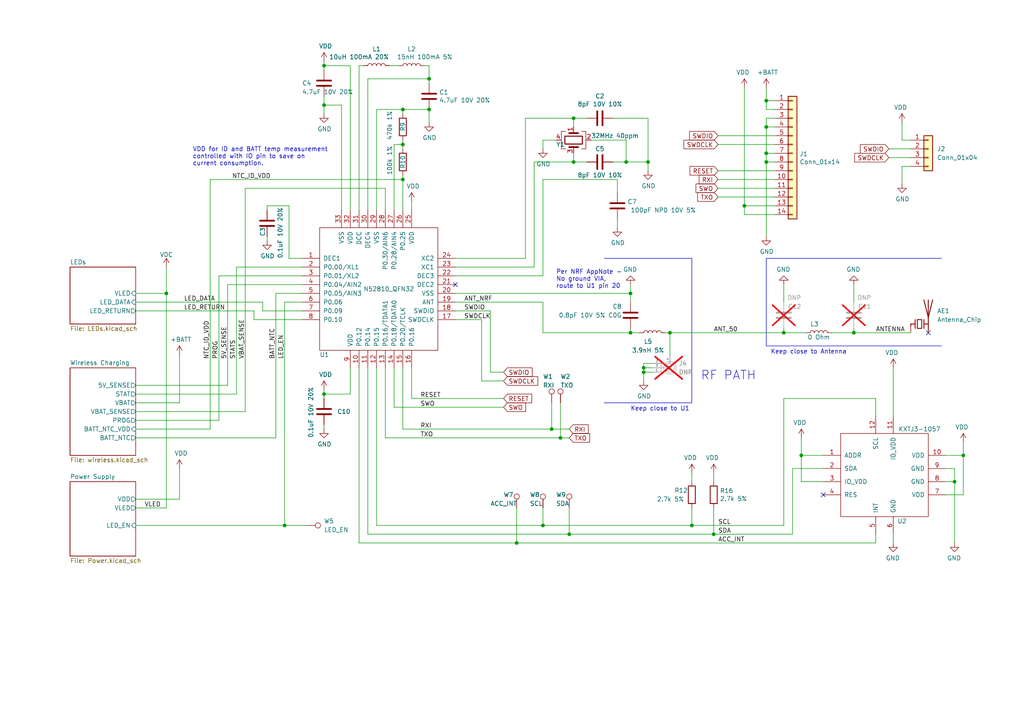
<source format=kicad_sch>
(kicad_sch (version 20230121) (generator eeschema)
  (paper "A4")
  (title_block (title "Pixels D8 Schematic, Main") (date "2023-03-16") (rev "2") (company "Systemic Games, LLC"))
  (lib_symbols
    (symbol "Connector_Generic:Conn_01x04" (pin_names (offset 1.016) hide)
      (property "Reference" "J" (at 0 5.08 0))
      (property "Value" "Conn_01x04" (at 0 -7.62 0))
      (symbol "Conn_01x04_1_1"
        (rectangle (start -1.27 -4.953) (end 0 -5.207) (stroke (width 0.1524)))
        (rectangle (start -1.27 -2.413) (end 0 -2.667) (stroke (width 0.1524)))
        (rectangle (start -1.27 0.127) (end 0 -0.127) (stroke (width 0.1524)))
        (rectangle (start -1.27 2.667) (end 0 2.413) (stroke (width 0.1524)))
        (rectangle (start -1.27 3.81) (end 1.27 -6.35) (stroke (width 0.254)) (fill (type background)))
        (pin passive line (at -5.08 2.54 0) (length 3.81) (name "Pin_1") (number "1"))
        (pin passive line (at -5.08 0 0) (length 3.81) (name "Pin_2") (number "2"))
        (pin passive line (at -5.08 -2.54 0) (length 3.81) (name "Pin_3") (number "3"))
        (pin passive line (at -5.08 -5.08 0) (length 3.81) (name "Pin_4") (number "4"))
      )
    )
    (symbol "Connector_Generic:Conn_01x14" (pin_names (offset 1.016) hide)
      (property "Reference" "J" (at 0 17.78 0))
      (property "Value" "Conn_01x14" (at 0 -20.32 0))
      (symbol "Conn_01x14_1_1"
        (rectangle (start -1.27 -17.653) (end 0 -17.907) (stroke (width 0.1524)))
        (rectangle (start -1.27 -15.113) (end 0 -15.367) (stroke (width 0.1524)))
        (rectangle (start -1.27 -12.573) (end 0 -12.827) (stroke (width 0.1524)))
        (rectangle (start -1.27 -10.033) (end 0 -10.287) (stroke (width 0.1524)))
        (rectangle (start -1.27 -7.493) (end 0 -7.747) (stroke (width 0.1524)))
        (rectangle (start -1.27 -4.953) (end 0 -5.207) (stroke (width 0.1524)))
        (rectangle (start -1.27 -2.413) (end 0 -2.667) (stroke (width 0.1524)))
        (rectangle (start -1.27 0.127) (end 0 -0.127) (stroke (width 0.1524)))
        (rectangle (start -1.27 2.667) (end 0 2.413) (stroke (width 0.1524)))
        (rectangle (start -1.27 5.207) (end 0 4.953) (stroke (width 0.1524)))
        (rectangle (start -1.27 7.747) (end 0 7.493) (stroke (width 0.1524)))
        (rectangle (start -1.27 10.287) (end 0 10.033) (stroke (width 0.1524)))
        (rectangle (start -1.27 12.827) (end 0 12.573) (stroke (width 0.1524)))
        (rectangle (start -1.27 15.367) (end 0 15.113) (stroke (width 0.1524)))
        (rectangle (start -1.27 16.51) (end 1.27 -19.05) (stroke (width 0.254)) (fill (type background)))
        (pin passive line (at -5.08 15.24 0) (length 3.81) (name "Pin_1") (number "1"))
        (pin passive line (at -5.08 -7.62 0) (length 3.81) (name "Pin_10") (number "10"))
        (pin passive line (at -5.08 -10.16 0) (length 3.81) (name "Pin_11") (number "11"))
        (pin passive line (at -5.08 -12.7 0) (length 3.81) (name "Pin_12") (number "12"))
        (pin passive line (at -5.08 -15.24 0) (length 3.81) (name "Pin_13") (number "13"))
        (pin passive line (at -5.08 -17.78 0) (length 3.81) (name "Pin_14") (number "14"))
        (pin passive line (at -5.08 12.7 0) (length 3.81) (name "Pin_2") (number "2"))
        (pin passive line (at -5.08 10.16 0) (length 3.81) (name "Pin_3") (number "3"))
        (pin passive line (at -5.08 7.62 0) (length 3.81) (name "Pin_4") (number "4"))
        (pin passive line (at -5.08 5.08 0) (length 3.81) (name "Pin_5") (number "5"))
        (pin passive line (at -5.08 2.54 0) (length 3.81) (name "Pin_6") (number "6"))
        (pin passive line (at -5.08 0 0) (length 3.81) (name "Pin_7") (number "7"))
        (pin passive line (at -5.08 -2.54 0) (length 3.81) (name "Pin_8") (number "8"))
        (pin passive line (at -5.08 -5.08 0) (length 3.81) (name "Pin_9") (number "9"))
      )
    )
    (symbol "Device:Antenna_Chip" (pin_numbers hide) (pin_names (offset 1.016) hide)
      (property "Reference" "AE" (at 0 5.08 0))
      (property "Value" "Antenna_Chip" (at 0 3.175 0))
      (symbol "Antenna_Chip_0_1"
        (polyline (pts (xy -2.54 0) (xy -2.54 -0.635)) (stroke (width 0.254)))
        (polyline (pts (xy -2.54 0) (xy -1.27 0)) (stroke (width 0.254)))
        (polyline (pts (xy 1.27 0) (xy 2.54 0)) (stroke (width 0.254)))
        (polyline (pts (xy 1.27 1.27) (xy 1.27 -1.27)) (stroke (width 0.254)))
        (polyline (pts (xy 2.54 -0.635) (xy 2.54 0)))
        (polyline (pts (xy 2.54 6.985) (xy 2.54 -1.905)) (stroke (width 0.254)))
        (polyline (pts (xy -1.27 1.27) (xy -1.27 -1.27) (xy -1.27 0)) (stroke (width 0.254)))
        (polyline (pts (xy 3.81 6.985) (xy 2.54 1.905) (xy 1.27 6.985)) (stroke (width 0.254)))
        (polyline (pts (xy -0.635 1.27) (xy 0.635 1.27) (xy 0.635 -1.27) (xy -0.635 -1.27) (xy -0.635 1.27)) (stroke (width 0.254)))
      )
      (symbol "Antenna_Chip_1_1"
        (pin input line (at -2.54 -2.54 90) (length 2.54) (name "FEED") (number "1"))
        (pin passive line (at 2.54 -2.54 90) (length 2.54) (name "PCB_Trace") (number "2"))
      )
    )
    (symbol "Device:C" (pin_numbers hide) (pin_names (offset 0.254))
      (property "Reference" "C" (at 0.635 2.54 0))
      (property "Value" "C" (at 0.635 -2.54 0))
      (symbol "C_0_1"
        (polyline (pts (xy -2.032 -0.762) (xy 2.032 -0.762)) (stroke (width 0.508)))
        (polyline (pts (xy -2.032 0.762) (xy 2.032 0.762)) (stroke (width 0.508)))
      )
      (symbol "C_1_1"
        (pin passive line (at 0 3.81 270) (length 2.794) (name "~") (number "1"))
        (pin passive line (at 0 -3.81 90) (length 2.794) (name "~") (number "2"))
      )
    )
    (symbol "Device:Crystal_GND24" (pin_names (offset 1.016) hide)
      (property "Reference" "Y" (at 3.175 5.08 0))
      (property "Value" "Crystal_GND24" (at 3.175 3.175 0))
      (symbol "Crystal_GND24_0_1"
        (rectangle (start -1.143 2.54) (end 1.143 -2.54) (stroke (width 0.3048)))
        (polyline (pts (xy -2.54 0) (xy -2.032 0)))
        (polyline (pts (xy -2.032 -1.27) (xy -2.032 1.27)) (stroke (width 0.508)))
        (polyline (pts (xy 0 -3.81) (xy 0 -3.556)))
        (polyline (pts (xy 0 3.556) (xy 0 3.81)))
        (polyline (pts (xy 2.032 -1.27) (xy 2.032 1.27)) (stroke (width 0.508)))
        (polyline (pts (xy 2.032 0) (xy 2.54 0)))
        (polyline (pts (xy -2.54 -2.286) (xy -2.54 -3.556) (xy 2.54 -3.556) (xy 2.54 -2.286)))
        (polyline (pts (xy -2.54 2.286) (xy -2.54 3.556) (xy 2.54 3.556) (xy 2.54 2.286)))
      )
      (symbol "Crystal_GND24_1_1"
        (pin passive line (at -3.81 0 0) (length 1.27) (name "1") (number "1"))
        (pin passive line (at 0 5.08 270) (length 1.27) (name "2") (number "2"))
        (pin passive line (at 3.81 0 180) (length 1.27) (name "3") (number "3"))
        (pin passive line (at 0 -5.08 90) (length 1.27) (name "4") (number "4"))
      )
    )
    (symbol "Device:L" (pin_numbers hide) (pin_names (offset 1.016) hide)
      (property "Reference" "L" (at -1.27 0 90))
      (property "Value" "L" (at 1.905 0 90))
      (symbol "L_0_1"
        (arc (start 0 -2.54) (mid 0.6323 -1.905) (end 0 -1.27))
        (arc (start 0 -1.27) (mid 0.6323 -0.635) (end 0 0))
        (arc (start 0 0) (mid 0.6323 0.635) (end 0 1.27))
        (arc (start 0 1.27) (mid 0.6323 1.905) (end 0 2.54))
      )
      (symbol "L_1_1"
        (pin passive line (at 0 3.81 270) (length 1.27) (name "1") (number "1"))
        (pin passive line (at 0 -3.81 90) (length 1.27) (name "2") (number "2"))
      )
    )
    (symbol "Device:R" (pin_numbers hide) (pin_names (offset 0))
      (property "Reference" "R" (at 2.032 0 90))
      (property "Value" "R" (at 0 0 90))
      (symbol "R_0_1"
        (rectangle (start -1.016 -2.54) (end 1.016 2.54) (stroke (width 0.254)))
      )
      (symbol "R_1_1"
        (pin passive line (at 0 3.81 270) (length 1.27) (name "~") (number "1"))
        (pin passive line (at 0 -3.81 90) (length 1.27) (name "~") (number "2"))
      )
    )
    (symbol "Pixels-dice:KXTJ3-1057" (pin_names (offset 1.016))
      (property "Reference" "U" (at 10.16 -12.7 0))
      (property "Value" "KXTJ3-1057" (at 8.89 13.97 0))
      (symbol "KXTJ3-1057_0_1"
        (rectangle (start -12.7 12.7) (end 12.7 -11.43))
      )
      (symbol "KXTJ3-1057_1_1"
        (pin input line (at -17.78 6.35 0) (length 5.08) (name "ADDR") (number "1"))
        (pin power_in line (at 17.78 6.35 180) (length 5.08) (name "VDD") (number "10"))
        (pin power_in line (at 2.54 17.78 270) (length 5.08) (name "IO_VDD") (number "11"))
        (pin input line (at -2.54 17.78 270) (length 5.08) (name "SCL") (number "12"))
        (pin bidirectional line (at -17.78 2.54 0) (length 5.08) (name "SDA") (number "2"))
        (pin power_in line (at -17.78 -1.27 0) (length 5.08) (name "IO_VDD") (number "3"))
        (pin passive line (at -17.78 -5.08 0) (length 5.08) (name "RES") (number "4"))
        (pin output line (at -2.54 -16.51 90) (length 5.08) (name "INT") (number "5"))
        (pin power_in line (at 2.54 -16.51 90) (length 5.08) (name "GND") (number "6"))
        (pin power_in line (at 17.78 -5.08 180) (length 5.08) (name "VDD") (number "7"))
        (pin power_in line (at 17.78 -1.27 180) (length 5.08) (name "GND") (number "8"))
        (pin power_in line (at 17.78 2.54 180) (length 5.08) (name "GND") (number "9"))
      )
    )
    (symbol "Pixels-dice:N52810_QFN32" (pin_names (offset 1.016))
      (property "Reference" "U" (at 13.97 -19.05 0))
      (property "Value" "N52810_QFN32" (at 2.54 0 0))
      (symbol "N52810_QFN32_0_1"
        (rectangle (start -17.78 17.78) (end 16.51 -17.78))
      )
      (symbol "N52810_QFN32_1_1"
        (pin power_out line (at -22.86 8.89 0) (length 5.08) (name "DEC1") (number "1"))
        (pin bidirectional line (at -6.35 -22.86 90) (length 5.08) (name "P0.12") (number "10"))
        (pin bidirectional line (at -3.81 -22.86 90) (length 5.08) (name "P0.14") (number "11"))
        (pin bidirectional line (at -1.27 -22.86 90) (length 5.08) (name "P0.15") (number "12"))
        (pin bidirectional line (at 1.27 -22.86 90) (length 5.08) (name "P0.16/TDATA1") (number "13"))
        (pin bidirectional line (at 3.81 -22.86 90) (length 5.08) (name "P0.18/TDATA0") (number "14"))
        (pin bidirectional line (at 6.35 -22.86 90) (length 5.08) (name "P0.20/TCLK") (number "15"))
        (pin bidirectional line (at 8.89 -22.86 90) (length 5.08) (name "P0.16") (number "16"))
        (pin bidirectional line (at 21.59 -8.89 180) (length 5.08) (name "SWDCLK") (number "17"))
        (pin bidirectional line (at 21.59 -6.35 180) (length 5.08) (name "SWDIO") (number "18"))
        (pin output line (at 21.59 -3.81 180) (length 5.08) (name "ANT") (number "19"))
        (pin bidirectional line (at -22.86 6.35 0) (length 5.08) (name "P0.00/XL1") (number "2"))
        (pin output line (at 21.59 -1.27 180) (length 5.08) (name "VSS") (number "20"))
        (pin output line (at 21.59 1.27 180) (length 5.08) (name "DEC2") (number "21"))
        (pin output line (at 21.59 3.81 180) (length 5.08) (name "DEC3") (number "22"))
        (pin output line (at 21.59 6.35 180) (length 5.08) (name "XC1") (number "23"))
        (pin input line (at 21.59 8.89 180) (length 5.08) (name "XC2") (number "24"))
        (pin power_in line (at 8.89 22.86 270) (length 5.08) (name "VDD") (number "25"))
        (pin bidirectional line (at 6.35 22.86 270) (length 5.08) (name "P0.25") (number "26"))
        (pin bidirectional line (at 3.81 22.86 270) (length 5.08) (name "P0.28/AIN4") (number "27"))
        (pin bidirectional line (at 1.27 22.86 270) (length 5.08) (name "P0.30/AIN6") (number "28"))
        (pin power_in line (at -1.27 22.86 270) (length 5.08) (name "VSS") (number "29"))
        (pin bidirectional line (at -22.86 3.81 0) (length 5.08) (name "P0.01/XL2") (number "3"))
        (pin output line (at -3.81 22.86 270) (length 5.08) (name "DEC4") (number "30"))
        (pin output line (at -6.35 22.86 270) (length 5.08) (name "DCC") (number "31"))
        (pin power_in line (at -8.89 22.86 270) (length 5.08) (name "VDD") (number "32"))
        (pin power_in line (at -11.43 22.86 270) (length 5.08) (name "VSS") (number "33"))
        (pin bidirectional line (at -22.86 1.27 0) (length 5.08) (name "P0.04/AIN2") (number "4"))
        (pin bidirectional line (at -22.86 -1.27 0) (length 5.08) (name "P0.05/AIN3") (number "5"))
        (pin bidirectional line (at -22.86 -3.81 0) (length 5.08) (name "P0.06") (number "6"))
        (pin bidirectional line (at -22.86 -6.35 0) (length 5.08) (name "P0.09") (number "7"))
        (pin bidirectional line (at -22.86 -8.89 0) (length 5.08) (name "P0.10") (number "8"))
        (pin power_in line (at -8.89 -22.86 90) (length 5.08) (name "VDD") (number "9"))
      )
    )
    (symbol "Pixels-dice:TEST_1P-conn" (pin_numbers hide) (pin_names (offset 0.762) hide)
      (property "Reference" "W" (at 0 6.858 0))
      (property "Value" "TEST_1P-conn" (at 0 5.08 0))
      (symbol "TEST_1P-conn_0_1"
        (circle (center 0 3.302) (radius 0.762))
      )
      (symbol "TEST_1P-conn_1_1"
        (pin passive line (at 0 0 90) (length 2.54) (name "1") (number "1"))
      )
    )
    (symbol "Pixels-dice:W.FL"
      (property "Reference" "J" (at 3.81 -1.27 0))
      (property "Value" "W.FL" (at 4.445 1.27 0))
      (symbol "W.FL_0_1"
        (polyline (pts (xy -1.27 -2.54) (xy 1.27 -2.54)))
        (polyline (pts (xy 0 -2.54) (xy 0 -1.905)))
        (circle (center 0 0) (radius 1.27))
        (circle (center 0 0) (radius 1.7961))
      )
      (symbol "W.FL_1_1"
        (pin passive line (at 1.27 -5.08 90) (length 2.54) (name "") (number "1"))
        (pin passive line (at -1.27 -5.08 90) (length 2.54) (name "") (number "2"))
        (pin passive line (at 0 -5.08 90) (length 2.54) (name "") (number "3"))
        (pin passive line (at -3.81 0 0) (length 2.54) (name "RF") (number "4"))
      )
    )
    (symbol "power:+BATT" (power) (pin_names (offset 0))
      (property "Value" "+BATT" (at 0 3.556 0))
      (symbol "+BATT_0_1"
        (polyline (pts (xy -0.762 1.27) (xy 0 2.54)))
        (polyline (pts (xy 0 0) (xy 0 2.54)))
        (polyline (pts (xy 0 2.54) (xy 0.762 1.27)))
      )
      (symbol "+BATT_1_1"
        (pin power_in line (at 0 0 90) (length 0) hide (name "+BATT") (number "1"))
      )
    )
    (symbol "power:GND" (power) (pin_names (offset 0))
      (property "Value" "GND" (at 0 -3.81 0))
      (symbol "GND_0_1"
        (polyline (pts (xy 0 0) (xy 0 -1.27) (xy 1.27 -1.27) (xy 0 -2.54) (xy -1.27 -1.27) (xy 0 -1.27)))
      )
      (symbol "GND_1_1"
        (pin power_in line (at 0 0 270) (length 0) hide (name "GND") (number "1"))
      )
    )
    (symbol "power:VDC" (power) (pin_names (offset 0))
      (property "Value" "VDC" (at 0 6.35 0))
      (symbol "VDC_0_1"
        (polyline (pts (xy -0.762 1.27) (xy 0 2.54)))
        (polyline (pts (xy 0 0) (xy 0 2.54)))
        (polyline (pts (xy 0 2.54) (xy 0.762 1.27)))
      )
      (symbol "VDC_1_1"
        (pin power_in line (at 0 0 90) (length 0) hide (name "VDC") (number "1"))
      )
    )
    (symbol "power:VDD" (power) (pin_names (offset 0))
      (property "Value" "VDD" (at 0 3.81 0))
      (symbol "VDD_0_1"
        (polyline (pts (xy -0.762 1.27) (xy 0 2.54)))
        (polyline (pts (xy 0 0) (xy 0 2.54)))
        (polyline (pts (xy 0 2.54) (xy 0.762 1.27)))
      )
      (symbol "VDD_1_1"
        (pin power_in line (at 0 0 90) (length 0) hide (name "VDD") (number "1"))
      )
    )
  )
  (junction (at 279.4 132.08))
  (junction (at 181.61 46.99))
  (junction (at 276.86 139.7))
  (junction (at 93.98 30.48))
  (junction (at 93.98 19.05))
  (junction (at 116.84 52.07))
  (junction (at 124.46 31.75))
  (junction (at 186.69 106.68))
  (junction (at 116.84 41.91))
  (junction (at 166.37 46.99))
  (junction (at 149.86 157.48))
  (junction (at 165.1 154.94))
  (junction (at 207.01 154.94))
  (junction (at 222.25 36.83))
  (junction (at 227.33 96.52))
  (junction (at 93.98 114.3))
  (junction (at 124.46 22.86))
  (junction (at 116.84 31.75))
  (junction (at 194.31 96.52))
  (junction (at 186.69 107.95))
  (junction (at 82.55 152.4))
  (junction (at 222.25 44.45))
  (junction (at 222.25 29.21))
  (junction (at 187.96 46.99))
  (junction (at 222.25 46.99))
  (junction (at 48.26 85.09))
  (junction (at 162.56 127))
  (junction (at 232.41 132.08))
  (junction (at 247.65 96.52))
  (junction (at 215.9 59.69))
  (junction (at 157.48 152.4))
  (junction (at 160.02 124.46))
  (junction (at 200.66 152.4))
  (junction (at 182.88 96.52))
  (junction (at 166.37 34.29))
  (junction (at 182.88 85.09))
  (no_connect (at 132.08 82.55))
  (no_connect (at 238.76 143.51))
  (no_connect (at 269.24 96.52))
  (wire (pts (xy 99.06 30.48) (xy 93.98 30.48)))
  (polyline (pts (xy 222.25 74.93) (xy 273.05 74.93)))
  (wire (pts (xy 99.06 60.96) (xy 99.06 30.48)))
  (wire (pts (xy 222.25 34.29) (xy 222.25 36.83)))
  (wire (pts (xy 207.01 137.16) (xy 207.01 139.7)))
  (wire (pts (xy 87.63 77.47) (xy 68.58 77.47)))
  (wire (pts (xy 149.86 147.32) (xy 149.86 157.48)))
  (wire (pts (xy 73.66 92.71) (xy 73.66 90.17)))
  (wire (pts (xy 109.22 31.75) (xy 109.22 60.96)))
  (wire (pts (xy 181.61 40.64) (xy 181.61 46.99)))
  (wire (pts (xy 157.48 96.52) (xy 182.88 96.52)))
  (wire (pts (xy 241.3 96.52) (xy 247.65 96.52)))
  (wire (pts (xy 261.62 48.26) (xy 264.16 48.26)))
  (wire (pts (xy 154.94 77.47) (xy 154.94 46.99)))
  (wire (pts (xy 93.98 19.05) (xy 93.98 20.32)))
  (wire (pts (xy 189.23 105.41) (xy 186.69 105.41)))
  (wire (pts (xy 232.41 139.7) (xy 232.41 132.08)))
  (wire (pts (xy 279.4 143.51) (xy 274.32 143.51)))
  (wire (pts (xy 101.6 19.05) (xy 93.98 19.05)))
  (wire (pts (xy 177.8 46.99) (xy 181.61 46.99)))
  (wire (pts (xy 157.48 80.01) (xy 132.08 80.01)))
  (wire (pts (xy 139.7 110.49) (xy 146.05 110.49)))
  (wire (pts (xy 63.5 80.01) (xy 63.5 121.92)))
  (wire (pts (xy 186.69 106.68) (xy 186.69 107.95)))
  (wire (pts (xy 132.08 74.93) (xy 152.4 74.93)))
  (wire (pts (xy 238.76 135.89) (xy 229.87 135.89)))
  (wire (pts (xy 227.33 95.25) (xy 227.33 96.52)))
  (wire (pts (xy 207.01 147.32) (xy 207.01 154.94)))
  (wire (pts (xy 194.31 96.52) (xy 227.33 96.52)))
  (wire (pts (xy 187.96 34.29) (xy 187.96 46.99)))
  (wire (pts (xy 247.65 95.25) (xy 247.65 96.52)))
  (wire (pts (xy 224.79 46.99) (xy 222.25 46.99)))
  (wire (pts (xy 160.02 124.46) (xy 165.1 124.46)))
  (wire (pts (xy 166.37 34.29) (xy 170.18 34.29)))
  (wire (pts (xy 259.08 154.94) (xy 259.08 157.48)))
  (polyline (pts (xy 175.26 74.93) (xy 200.66 74.93)))
  (wire (pts (xy 182.88 85.09) (xy 182.88 87.63)))
  (wire (pts (xy 39.37 114.3) (xy 68.58 114.3)))
  (wire (pts (xy 60.96 52.07) (xy 60.96 124.46)))
  (wire (pts (xy 247.65 82.55) (xy 247.65 87.63)))
  (wire (pts (xy 208.28 41.91) (xy 224.79 41.91)))
  (wire (pts (xy 39.37 147.32) (xy 48.26 147.32)))
  (wire (pts (xy 215.9 59.69) (xy 215.9 62.23)))
  (wire (pts (xy 116.84 124.46) (xy 116.84 106.68)))
  (wire (pts (xy 162.56 127) (xy 165.1 127)))
  (wire (pts (xy 257.81 43.18) (xy 264.16 43.18)))
  (wire (pts (xy 71.12 54.61) (xy 111.76 54.61)))
  (wire (pts (xy 257.81 45.72) (xy 264.16 45.72)))
  (wire (pts (xy 194.31 96.52) (xy 194.31 102.87)))
  (wire (pts (xy 111.76 54.61) (xy 111.76 60.96)))
  (wire (pts (xy 124.46 31.75) (xy 124.46 35.56)))
  (wire (pts (xy 39.37 111.76) (xy 66.04 111.76)))
  (wire (pts (xy 93.98 114.3) (xy 93.98 115.57)))
  (wire (pts (xy 80.01 85.09) (xy 87.63 85.09)))
  (wire (pts (xy 149.86 157.48) (xy 254 157.48)))
  (wire (pts (xy 66.04 82.55) (xy 66.04 111.76)))
  (wire (pts (xy 224.79 59.69) (xy 215.9 59.69)))
  (wire (pts (xy 274.32 139.7) (xy 276.86 139.7)))
  (wire (pts (xy 193.04 96.52) (xy 194.31 96.52)))
  (wire (pts (xy 152.4 74.93) (xy 152.4 34.29)))
  (wire (pts (xy 132.08 90.17) (xy 142.24 90.17)))
  (wire (pts (xy 76.2 90.17) (xy 87.63 90.17)))
  (wire (pts (xy 182.88 82.55) (xy 182.88 85.09)))
  (wire (pts (xy 114.3 106.68) (xy 114.3 118.11)))
  (wire (pts (xy 101.6 60.96) (xy 101.6 19.05)))
  (wire (pts (xy 132.08 87.63) (xy 157.48 87.63)))
  (wire (pts (xy 254 120.65) (xy 254 115.57)))
  (wire (pts (xy 222.25 31.75) (xy 224.79 31.75)))
  (wire (pts (xy 93.98 114.3) (xy 93.98 113.03)))
  (wire (pts (xy 182.88 96.52) (xy 185.42 96.52)))
  (wire (pts (xy 142.24 107.95) (xy 146.05 107.95)))
  (wire (pts (xy 222.25 29.21) (xy 222.25 31.75)))
  (wire (pts (xy 161.29 40.64) (xy 157.48 40.64)))
  (wire (pts (xy 160.02 116.84) (xy 160.02 124.46)))
  (wire (pts (xy 186.69 107.95) (xy 186.69 110.49)))
  (wire (pts (xy 222.25 44.45) (xy 222.25 46.99)))
  (wire (pts (xy 124.46 22.86) (xy 124.46 24.13)))
  (wire (pts (xy 52.07 144.78) (xy 52.07 135.89)))
  (wire (pts (xy 114.3 41.91) (xy 114.3 60.96)))
  (wire (pts (xy 123.19 19.05) (xy 124.46 19.05)))
  (wire (pts (xy 124.46 22.86) (xy 106.68 22.86)))
  (wire (pts (xy 165.1 154.94) (xy 207.01 154.94)))
  (wire (pts (xy 208.28 49.53) (xy 224.79 49.53)))
  (wire (pts (xy 232.41 132.08) (xy 238.76 132.08)))
  (wire (pts (xy 177.8 34.29) (xy 187.96 34.29)))
  (wire (pts (xy 189.23 107.95) (xy 186.69 107.95)))
  (wire (pts (xy 222.25 36.83) (xy 222.25 44.45)))
  (wire (pts (xy 39.37 85.09) (xy 48.26 85.09)))
  (wire (pts (xy 274.32 135.89) (xy 276.86 135.89)))
  (wire (pts (xy 279.4 132.08) (xy 279.4 143.51)))
  (wire (pts (xy 114.3 41.91) (xy 116.84 41.91)))
  (wire (pts (xy 154.94 46.99) (xy 166.37 46.99)))
  (wire (pts (xy 76.2 87.63) (xy 76.2 90.17)))
  (wire (pts (xy 63.5 121.92) (xy 39.37 121.92)))
  (wire (pts (xy 232.41 132.08) (xy 232.41 127)))
  (wire (pts (xy 101.6 114.3) (xy 93.98 114.3)))
  (wire (pts (xy 111.76 127) (xy 162.56 127)))
  (wire (pts (xy 227.33 115.57) (xy 227.33 152.4)))
  (wire (pts (xy 276.86 139.7) (xy 276.86 157.48)))
  (polyline (pts (xy 222.25 74.93) (xy 222.25 100.33)))
  (wire (pts (xy 200.66 137.16) (xy 200.66 139.7)))
  (wire (pts (xy 88.9 152.4) (xy 82.55 152.4)))
  (wire (pts (xy 222.25 34.29) (xy 224.79 34.29)))
  (wire (pts (xy 166.37 46.99) (xy 170.18 46.99)))
  (wire (pts (xy 215.9 62.23) (xy 224.79 62.23)))
  (wire (pts (xy 87.63 92.71) (xy 73.66 92.71)))
  (wire (pts (xy 222.25 46.99) (xy 222.25 68.58)))
  (wire (pts (xy 116.84 124.46) (xy 160.02 124.46)))
  (wire (pts (xy 179.07 52.07) (xy 179.07 55.88)))
  (wire (pts (xy 227.33 82.55) (xy 227.33 87.63)))
  (polyline (pts (xy 175.26 116.84) (xy 200.66 116.84)))
  (wire (pts (xy 119.38 106.68) (xy 119.38 115.57)))
  (wire (pts (xy 208.28 57.15) (xy 224.79 57.15)))
  (wire (pts (xy 157.48 152.4) (xy 200.66 152.4)))
  (wire (pts (xy 152.4 34.29) (xy 166.37 34.29)))
  (wire (pts (xy 106.68 22.86) (xy 106.68 60.96)))
  (wire (pts (xy 39.37 144.78) (xy 52.07 144.78)))
  (wire (pts (xy 109.22 106.68) (xy 109.22 152.4)))
  (wire (pts (xy 39.37 119.38) (xy 71.12 119.38)))
  (wire (pts (xy 124.46 19.05) (xy 124.46 22.86)))
  (wire (pts (xy 182.88 95.25) (xy 182.88 96.52)))
  (wire (pts (xy 48.26 85.09) (xy 48.26 147.32)))
  (wire (pts (xy 200.66 152.4) (xy 227.33 152.4)))
  (wire (pts (xy 106.68 154.94) (xy 165.1 154.94)))
  (wire (pts (xy 261.62 48.26) (xy 261.62 53.34)))
  (wire (pts (xy 227.33 96.52) (xy 233.68 96.52)))
  (wire (pts (xy 119.38 58.42) (xy 119.38 60.96)))
  (wire (pts (xy 82.55 152.4) (xy 39.37 152.4)))
  (wire (pts (xy 208.28 54.61) (xy 224.79 54.61)))
  (wire (pts (xy 39.37 87.63) (xy 76.2 87.63)))
  (wire (pts (xy 87.63 82.55) (xy 66.04 82.55)))
  (wire (pts (xy 116.84 50.8) (xy 116.84 52.07)))
  (wire (pts (xy 87.63 80.01) (xy 63.5 80.01)))
  (wire (pts (xy 186.69 105.41) (xy 186.69 106.68)))
  (wire (pts (xy 116.84 31.75) (xy 124.46 31.75)))
  (wire (pts (xy 68.58 77.47) (xy 68.58 114.3)))
  (wire (pts (xy 104.14 19.05) (xy 105.41 19.05)))
  (wire (pts (xy 106.68 154.94) (xy 106.68 106.68)))
  (wire (pts (xy 104.14 157.48) (xy 149.86 157.48)))
  (wire (pts (xy 139.7 92.71) (xy 139.7 110.49)))
  (wire (pts (xy 80.01 85.09) (xy 80.01 127)))
  (wire (pts (xy 189.23 106.68) (xy 186.69 106.68)))
  (wire (pts (xy 116.84 31.75) (xy 116.84 33.02)))
  (wire (pts (xy 171.45 40.64) (xy 181.61 40.64)))
  (wire (pts (xy 93.98 19.05) (xy 93.98 17.78)))
  (wire (pts (xy 93.98 30.48) (xy 93.98 33.02)))
  (wire (pts (xy 48.26 85.09) (xy 48.26 77.47)))
  (wire (pts (xy 104.14 19.05) (xy 104.14 60.96)))
  (wire (pts (xy 82.55 87.63) (xy 82.55 152.4)))
  (wire (pts (xy 132.08 92.71) (xy 139.7 92.71)))
  (wire (pts (xy 165.1 147.32) (xy 165.1 154.94)))
  (wire (pts (xy 229.87 135.89) (xy 229.87 154.94)))
  (wire (pts (xy 116.84 52.07) (xy 116.84 60.96)))
  (wire (pts (xy 224.79 44.45) (xy 222.25 44.45)))
  (wire (pts (xy 77.47 68.58) (xy 77.47 69.85)))
  (wire (pts (xy 146.05 115.57) (xy 119.38 115.57)))
  (polyline (pts (xy 222.25 100.33) (xy 273.05 100.33)))
  (wire (pts (xy 116.84 41.91) (xy 116.84 43.18)))
  (wire (pts (xy 222.25 25.4) (xy 222.25 29.21)))
  (wire (pts (xy 162.56 116.84) (xy 162.56 127)))
  (wire (pts (xy 157.48 147.32) (xy 157.48 152.4)))
  (wire (pts (xy 83.82 59.69) (xy 77.47 59.69)))
  (wire (pts (xy 142.24 90.17) (xy 142.24 107.95)))
  (wire (pts (xy 261.62 40.64) (xy 264.16 40.64)))
  (wire (pts (xy 109.22 31.75) (xy 116.84 31.75)))
  (wire (pts (xy 279.4 128.27) (xy 279.4 132.08)))
  (wire (pts (xy 87.63 74.93) (xy 83.82 74.93)))
  (wire (pts (xy 132.08 85.09) (xy 182.88 85.09)))
  (wire (pts (xy 93.98 27.94) (xy 93.98 30.48)))
  (wire (pts (xy 157.48 52.07) (xy 157.48 80.01)))
  (wire (pts (xy 254 154.94) (xy 254 157.48)))
  (wire (pts (xy 71.12 54.61) (xy 71.12 119.38)))
  (wire (pts (xy 181.61 46.99) (xy 187.96 46.99)))
  (polyline (pts (xy 200.66 74.93) (xy 200.66 116.84)))
  (wire (pts (xy 83.82 74.93) (xy 83.82 59.69)))
  (wire (pts (xy 207.01 154.94) (xy 229.87 154.94)))
  (wire (pts (xy 116.84 40.64) (xy 116.84 41.91)))
  (wire (pts (xy 80.01 127) (xy 39.37 127)))
  (wire (pts (xy 39.37 116.84) (xy 52.07 116.84)))
  (wire (pts (xy 104.14 106.68) (xy 104.14 157.48)))
  (wire (pts (xy 179.07 63.5) (xy 179.07 66.04)))
  (wire (pts (xy 157.48 40.64) (xy 157.48 43.18)))
  (wire (pts (xy 113.03 19.05) (xy 115.57 19.05)))
  (wire (pts (xy 157.48 87.63) (xy 157.48 96.52)))
  (wire (pts (xy 187.96 46.99) (xy 187.96 49.53)))
  (wire (pts (xy 166.37 44.45) (xy 166.37 46.99)))
  (wire (pts (xy 208.28 39.37) (xy 224.79 39.37)))
  (wire (pts (xy 261.62 35.56) (xy 261.62 40.64)))
  (wire (pts (xy 82.55 87.63) (xy 87.63 87.63)))
  (wire (pts (xy 166.37 36.83) (xy 166.37 34.29)))
  (wire (pts (xy 39.37 90.17) (xy 73.66 90.17)))
  (wire (pts (xy 279.4 132.08) (xy 274.32 132.08)))
  (wire (pts (xy 254 115.57) (xy 227.33 115.57)))
  (wire (pts (xy 179.07 52.07) (xy 157.48 52.07)))
  (wire (pts (xy 238.76 139.7) (xy 232.41 139.7)))
  (wire (pts (xy 146.05 118.11) (xy 114.3 118.11)))
  (wire (pts (xy 77.47 59.69) (xy 77.47 60.96)))
  (wire (pts (xy 224.79 36.83) (xy 222.25 36.83)))
  (wire (pts (xy 247.65 96.52) (xy 264.16 96.52)))
  (wire (pts (xy 111.76 127) (xy 111.76 106.68)))
  (wire (pts (xy 116.84 52.07) (xy 60.96 52.07)))
  (wire (pts (xy 215.9 25.4) (xy 215.9 59.69)))
  (wire (pts (xy 276.86 135.89) (xy 276.86 139.7)))
  (wire (pts (xy 259.08 106.68) (xy 259.08 120.65)))
  (wire (pts (xy 222.25 29.21) (xy 224.79 29.21)))
  (wire (pts (xy 132.08 77.47) (xy 154.94 77.47)))
  (wire (pts (xy 200.66 147.32) (xy 200.66 152.4)))
  (wire (pts (xy 101.6 106.68) (xy 101.6 114.3)))
  (wire (pts (xy 60.96 124.46) (xy 39.37 124.46)))
  (wire (pts (xy 52.07 102.87) (xy 52.07 116.84)))
  (wire (pts (xy 208.28 52.07) (xy 224.79 52.07)))
  (wire (pts (xy 109.22 152.4) (xy 157.48 152.4)))
  (wire (pts (xy 93.98 123.19) (xy 93.98 124.46)))
  (text "Keep close to Antenna" (at 223.52 102.87 0) (effects (font (size 1.27 1.27)) (justify left bottom)))
  (text "Keep close to U1" (at 182.88 119.38 0) (effects (font (size 1.27 1.27)) (justify left bottom)))
  (text "RF PATH" (at 203.2 110.49 0) (effects (font (size 2.54 2.54)) (justify left bottom)))
  (text "VDD for ID and BATT temp measurement\ncontrolled with IO pin to save on\ncurrent consumption." (at 55.88 48.26 0) (effects (font (size 1.27 1.27)) (justify left bottom)))
  (text "Per NRF AppNote -\nNo ground VIA,\nroute to U1 pin 20" (at 161.29 83.82 0) (effects (font (size 1.27 1.27)) (justify left bottom)))
  (label "TXO" (at 121.92 127 0))
  (label "ACC_INT" (at 208.28 157.48 0))
  (label "NTC_ID_VDD" (at 60.96 104.14 90))
  (label "SWDCLK" (at 134.62 92.71 0))
  (label "VBAT_SENSE" (at 71.12 104.14 90))
  (label "5V_SENSE" (at 66.04 104.14 90))
  (label "NTC_ID_VDD" (at 67.31 52.07 0))
  (label "ANT_50" (at 207.01 96.52 0))
  (label "SDA" (at 208.28 154.94 0))
  (label "LED_EN" (at 82.55 104.14 90))
  (label "RXI" (at 121.92 124.46 0))
  (label "SWDIO" (at 134.62 90.17 0))
  (label "ANTENNA" (at 254 96.52 0))
  (label "SWO" (at 121.92 118.11 0))
  (label "PROG" (at 63.5 104.14 90))
  (label "BATT_NTC" (at 80.01 104.14 90))
  (label "ANT_NRF" (at 134.62 87.63 0))
  (label "LED_DATA" (at 53.34 87.63 0))
  (label "RESET" (at 121.92 115.57 0))
  (label "SCL" (at 208.28 152.4 0))
  (label "VLED" (at 41.91 147.32 0))
  (label "LED_RETURN" (at 53.34 90.17 0))
  (label "STATS" (at 68.58 104.14 90))
  (global_label "TXO" (shape input) (at 165.1 127 0) (property "Intersheetrefs" "${INTERSHEET_REFS}" (effects hide)))
  (global_label "RESET" (shape input) (at 208.28 49.53 180) (property "Intersheetrefs" "${INTERSHEET_REFS}" (effects hide)))
  (global_label "SWDIO" (shape input) (at 146.05 107.95 0) (property "Intersheetrefs" "${INTERSHEET_REFS}" (effects hide)))
  (global_label "RXI" (shape input) (at 208.28 52.07 180) (property "Intersheetrefs" "${INTERSHEET_REFS}" (effects hide)))
  (global_label "SWO" (shape input) (at 146.05 118.11 0) (property "Intersheetrefs" "${INTERSHEET_REFS}" (effects hide)))
  (global_label "SWDIO" (shape input) (at 257.81 43.18 180) (property "Intersheetrefs" "${INTERSHEET_REFS}" (effects hide)))
  (global_label "SWDCLK" (shape input) (at 146.05 110.49 0) (property "Intersheetrefs" "${INTERSHEET_REFS}" (effects hide)))
  (global_label "TXO" (shape input) (at 208.28 57.15 180) (property "Intersheetrefs" "${INTERSHEET_REFS}" (effects hide)))
  (global_label "RESET" (shape input) (at 146.05 115.57 0) (property "Intersheetrefs" "${INTERSHEET_REFS}" (effects hide)))
  (global_label "SWDCLK" (shape input) (at 257.81 45.72 180) (property "Intersheetrefs" "${INTERSHEET_REFS}" (effects hide)))
  (global_label "SWO" (shape input) (at 208.28 54.61 180) (property "Intersheetrefs" "${INTERSHEET_REFS}" (effects hide)))
  (global_label "RXI" (shape input) (at 165.1 124.46 0) (property "Intersheetrefs" "${INTERSHEET_REFS}" (effects hide)))
  (global_label "SWDCLK" (shape input) (at 208.28 41.91 180) (property "Intersheetrefs" "${INTERSHEET_REFS}" (effects hide)))
  (global_label "SWDIO" (shape input) (at 208.28 39.37 180) (property "Intersheetrefs" "${INTERSHEET_REFS}" (effects hide)))
  (symbol (lib_id "power:GND") (at 93.98 124.46 0) (unit 1)
    (property "Reference" "#PWR016" (effects hide))
    (property "Value" "GND" (at 94.107 128.8542 0))
  )
  (symbol (lib_id "power:VDD") (at 93.98 113.03 0) (unit 1)
    (property "Reference" "#PWR014" (effects hide))
    (property "Value" "VDD" (at 94.4118 108.6358 0))
  )
  (symbol (lib_id "Device:C") (at 93.98 119.38 0) (unit 1)
    (property "Reference" "C10" (at 97.79 119.38 0) (effects (justify left)))
    (property "Value" "0.1uF 10V 20%" (at 90.17 127 90) (effects (justify left)))
    (property "Footprint" "Pixels-dice:C_0402_1005Metric" (effects hide))
    (property "Generic OK" "YES" (effects hide))
    (property "Pixels Part Number" "SMD-C005" (effects hide))
    (property "Manufacturer" "Murata" (effects hide))
    (property "Manufacturer Part Number" "GRM155R61H104KE19D" (effects hide))
  )
  (symbol (lib_id "power:GND") (at 93.98 33.02 0) (unit 1)
    (property "Reference" "#PWR08" (effects hide))
    (property "Value" "GND" (at 94.107 37.4142 0))
  )
  (symbol (lib_id "power:VDD") (at 93.98 17.78 0) (unit 1)
    (property "Reference" "#PWR01" (effects hide))
    (property "Value" "VDD" (at 94.4118 13.3858 0))
  )
  (symbol (lib_id "Device:C") (at 93.98 24.13 0) (unit 1)
    (property "Reference" "C4" (at 87.63 24.13 0) (effects (justify left)))
    (property "Value" "4.7uF 10V 20%" (at 87.63 26.67 0) (effects (justify left)))
    (property "Footprint" "Pixels-dice:C_0402_1005Metric" (effects hide))
    (property "Generic OK" "YES" (effects hide))
    (property "Pixels Part Number" "SMD-C002" (effects hide))
    (property "Manufacturer" "Murata" (effects hide))
    (property "Manufacturer Part Number" "GRM155R61A475MEAAJ" (effects hide))
  )
  (symbol (lib_id "power:GND") (at 77.47 69.85 0) (unit 1)
    (property "Reference" "#PWR05" (effects hide))
    (property "Value" "GND" (at 77.597 74.2442 0))
  )
  (symbol (lib_id "Device:C") (at 77.47 64.77 0) (unit 1)
    (property "Reference" "C3" (at 76.2 68.58 90) (effects (justify left)))
    (property "Value" "0.1uF 10V 20%" (at 81.28 74.93 90) (effects (justify left)))
    (property "Footprint" "Pixels-dice:C_0402_1005Metric" (effects hide))
    (property "Generic OK" "YES" (effects hide))
    (property "Pixels Part Number" "SMD-C005" (effects hide))
    (property "Manufacturer" "Murata" (effects hide))
    (property "Manufacturer Part Number" "GRM155R61H104KE19D" (effects hide))
  )
  (symbol (lib_id "Device:L") (at 109.22 19.05 90) (unit 1)
    (property "Reference" "L1" (at 109.22 14.224 90))
    (property "Value" "10uH 100mA 20%" (at 104.14 16.51 90))
    (property "Footprint" "Inductor_SMD:L_0805_2012Metric" (effects hide))
    (property "Generic OK" "YES" (effects hide))
    (property "Pixels Part Number" "SMD-L001" (effects hide))
    (property "Manufacturer" "Murata" (effects hide))
    (property "Manufacturer Part Number" "LQM21FN100M80L" (effects hide))
  )
  (symbol (lib_id "Device:L") (at 119.38 19.05 90) (unit 1)
    (property "Reference" "L2" (at 119.38 14.224 90))
    (property "Value" "15nH 100mA 5%" (at 123.19 16.51 90))
    (property "Footprint" "Inductor_SMD:L_0402_1005Metric" (effects hide))
    (property "Generic OK" "YES" (effects hide))
    (property "Pixels Part Number" "SMD-L002" (effects hide))
    (property "Manufacturer" "Murata" (effects hide))
    (property "Manufacturer Part Number" "LQG15HS15NJ02D" (effects hide))
  )
  (symbol (lib_id "Device:C") (at 124.46 27.94 0) (unit 1)
    (property "Reference" "C1" (at 127.381 26.7716 0) (effects (justify left)))
    (property "Value" "4.7uF 10V 20%" (at 127.381 29.083 0) (effects (justify left)))
    (property "Footprint" "Pixels-dice:C_0402_1005Metric" (effects hide))
    (property "Generic OK" "YES" (effects hide))
    (property "Pixels Part Number" "SMD-C002" (effects hide))
    (property "Manufacturer" "Murata" (effects hide))
    (property "Manufacturer Part Number" "GRM155R61A475MEAAJ" (effects hide))
  )
  (symbol (lib_id "power:GND") (at 124.46 35.56 0) (unit 1)
    (property "Reference" "#PWR03" (effects hide))
    (property "Value" "GND" (at 124.587 39.9542 0))
  )
  (symbol (lib_id "Device:Crystal_GND24") (at 166.37 40.64 270) (unit 1)
    (property "Reference" "Y1" (at 161.29 41.91 90) (effects (justify left)))
    (property "Value" "32MHz 40ppm" (at 171.45 39.37 90) (effects (justify left)))
    (property "Footprint" "Pixels-dice:Crystal_SMD_2016-4Pin_2.0x1.6mm" (effects hide))
    (property "Generic OK" "YES" (effects hide))
    (property "Manufacturer" "Murata" (effects hide))
    (property "Manufacturer Part Number" "XRCGB32M000F2P00R0" (effects hide))
    (property "Pixels Part Number" "SMD-Y001" (effects hide))
  )
  (symbol (lib_id "Device:C") (at 173.99 34.29 270) (unit 1)
    (property "Reference" "C2" (at 173.99 27.8892 90))
    (property "Value" "8pF 10V 10%" (at 173.99 30.2006 90))
    (property "Footprint" "Pixels-dice:C_0402_1005Metric" (effects hide))
    (property "Generic OK" "YES" (effects hide))
    (property "Pixels Part Number" "SMD-C001" (effects hide))
    (property "Manufacturer" "Murata" (effects hide))
    (property "Manufacturer Part Number" "GRT1555C2A8R0DA02" (effects hide))
  )
  (symbol (lib_id "Device:C") (at 173.99 46.99 270) (unit 1)
    (property "Reference" "C5" (at 173.99 43.18 90))
    (property "Value" "8pF 10V 10%" (at 173.99 50.8 90))
    (property "Footprint" "Pixels-dice:C_0402_1005Metric" (effects hide))
    (property "Generic OK" "YES" (effects hide))
    (property "Pixels Part Number" "SMD-C001" (effects hide))
    (property "Manufacturer" "Murata" (effects hide))
    (property "Manufacturer Part Number" "GRT1555C2A8R0DA02" (effects hide))
  )
  (symbol (lib_id "power:GND") (at 187.96 49.53 0) (unit 1)
    (property "Reference" "#PWR09" (effects hide))
    (property "Value" "GND" (at 188.087 53.9242 0))
  )
  (symbol (lib_id "power:GND") (at 179.07 66.04 0) (unit 1)
    (property "Reference" "#PWR011" (effects hide))
    (property "Value" "GND" (at 179.197 70.4342 0))
  )
  (symbol (lib_id "Device:C") (at 179.07 59.69 0) (unit 1)
    (property "Reference" "C7" (at 181.991 58.5216 0) (effects (justify left)))
    (property "Value" "100pF NP0 10V 5%" (at 182.88 60.96 0) (effects (justify left)))
    (property "Footprint" "Pixels-dice:C_0402_1005Metric" (effects hide))
    (property "Generic OK" "YES" (effects hide))
    (property "Pixels Part Number" "SMD-C003" (effects hide))
    (property "Manufacturer" "Murata" (effects hide))
    (property "Manufacturer Part Number" "GCM1555C1H101JA16J" (effects hide))
  )
  (symbol (lib_id "power:GND") (at 157.48 43.18 0) (unit 1)
    (property "Reference" "#PWR06" (effects hide))
    (property "Value" "GND" (at 157.607 47.5742 0))
  )
  (symbol (lib_id "power:VDD") (at 52.07 135.89 0) (unit 1)
    (property "Reference" "#PWR021" (effects hide))
    (property "Value" "VDD" (at 52.5018 131.4958 0))
  )
  (symbol (lib_id "Pixels-dice:TEST_1P-conn") (at 160.02 116.84 0) (unit 1) (in_bom no)
    (property "Reference" "W1" (at 157.48 109.22 0) (effects (justify left)))
    (property "Value" "RXI" (at 157.48 111.76 0) (effects (justify left)))
    (property "Footprint" "Pixels-dice:TEST_PIN" (effects hide))
    (property "Generic OK" "N/A" (effects hide))
  )
  (symbol (lib_id "Pixels-dice:TEST_1P-conn") (at 162.56 116.84 0) (unit 1) (in_bom no)
    (property "Reference" "W2" (at 162.56 109.22 0) (effects (justify left)))
    (property "Value" "TXO" (at 162.56 111.76 0) (effects (justify left)))
    (property "Footprint" "Pixels-dice:TEST_PIN" (effects hide))
    (property "Generic OK" "N/A" (effects hide))
  )
  (symbol (lib_id "Pixels-dice:TEST_1P-conn") (at 88.9 152.4 270) (unit 1) (in_bom no)
    (property "Reference" "W5" (at 93.98 151.13 90) (effects (justify left)))
    (property "Value" "LED_EN" (at 93.98 153.67 90) (effects (justify left)))
    (property "Footprint" "Pixels-dice:TEST_PIN" (effects hide))
    (property "Generic OK" "N/A" (effects hide))
  )
  (symbol (lib_id "Pixels-dice:TEST_1P-conn") (at 149.86 147.32 0) (unit 1) (in_bom no)
    (property "Reference" "W7" (at 146.05 143.51 0) (effects (justify left)))
    (property "Value" "ACC_INT" (at 142.24 146.05 0) (effects (justify left)))
    (property "Footprint" "Pixels-dice:TEST_PIN" (effects hide))
    (property "Generic OK" "N/A" (effects hide))
  )
  (symbol (lib_id "Pixels-dice:TEST_1P-conn") (at 157.48 147.32 0) (unit 1) (in_bom no)
    (property "Reference" "W8" (at 153.67 143.51 0) (effects (justify left)))
    (property "Value" "SCL" (at 153.67 146.05 0) (effects (justify left)))
    (property "Footprint" "Pixels-dice:TEST_PIN" (effects hide))
    (property "Generic OK" "N/A" (effects hide))
  )
  (symbol (lib_id "Pixels-dice:TEST_1P-conn") (at 165.1 147.32 0) (unit 1) (in_bom no)
    (property "Reference" "W9" (at 161.29 143.51 0) (effects (justify left)))
    (property "Value" "SDA" (at 161.29 146.05 0) (effects (justify left)))
    (property "Footprint" "Pixels-dice:TEST_PIN" (effects hide))
    (property "Generic OK" "N/A" (effects hide))
  )
  (symbol (lib_id "Pixels-dice:N52810_QFN32") (at 110.49 83.82 0) (unit 1)
    (property "Reference" "U1" (at 92.71 102.87 0) (effects (justify left)))
    (property "Value" "N52810_QFN32" (at 105.41 83.82 0) (effects (justify left)))
    (property "Footprint" "Package_DFN_QFN:QFN-32-1EP_5x5mm_P0.5mm_EP3.1x3.1mm" (effects hide))
    (property "Generic OK" "NO" (effects hide))
    (property "Manufacturer" "Nordic Semiconductor" (effects hide))
    (property "Manufacturer Part Number" "NRF52810-QCAA-R" (effects hide))
    (property "Pixels Part Number" "SMD-U001" (effects hide))
  )
  (symbol (lib_id "power:VDD") (at 119.38 58.42 0) (unit 1)
    (property "Reference" "#PWR04" (effects hide))
    (property "Value" "VDD" (at 119.8118 54.0258 0))
  )
  (symbol (lib_id "Connector_Generic:Conn_01x14") (at 229.87 44.45 0) (unit 1) (in_bom no)
    (property "Reference" "J1" (at 231.902 44.6532 0) (effects (justify left)))
    (property "Value" "Conn_01x14" (at 231.902 46.9646 0) (effects (justify left)))
    (property "Footprint" "Pixels-dice:FPC_14" (effects hide))
    (property "Generic OK" "N/A" (effects hide))
  )
  (symbol (lib_id "power:+BATT") (at 222.25 25.4 0) (unit 1)
    (property "Reference" "#PWR07" (effects hide))
    (property "Value" "+BATT" (at 222.631 21.0058 0))
  )
  (symbol (lib_id "power:VDD") (at 215.9 25.4 0) (mirror y) (unit 1)
    (property "Reference" "#PWR02" (effects hide))
    (property "Value" "VDD" (at 215.4682 21.0058 0))
  )
  (symbol (lib_id "power:GND") (at 222.25 68.58 0) (unit 1)
    (property "Reference" "#PWR013" (effects hide))
    (property "Value" "GND" (at 222.377 72.9742 0))
  )
  (symbol (lib_id "Device:R") (at 116.84 46.99 0) (unit 1)
    (property "Reference" "R10" (at 116.84 46.99 90))
    (property "Value" "100k 1%" (at 113.03 50.8 90) (effects (justify left)))
    (property "Footprint" "Pixels-dice:R_0402_1005Metric" (effects hide))
    (property "Generic OK" "YES" (effects hide))
    (property "Pixels Part Number" "SMD-R006" (effects hide))
    (property "Manufacturer" "UNI-ROYAL(Uniroyal Elec)" (effects hide))
    (property "Manufacturer Part Number" "0402WGF1003TCE" (effects hide))
  )
  (symbol (lib_id "Device:R") (at 116.84 36.83 0) (unit 1)
    (property "Reference" "R9" (at 116.84 38.1 90) (effects (justify left)))
    (property "Value" "470k 1%" (at 113.03 40.64 90) (effects (justify left)))
    (property "Footprint" "Resistor_SMD:R_0402_1005Metric" (effects hide))
    (property "Generic OK" "YES" (effects hide))
    (property "Pixels Part Number" "SMD-R006" (effects hide))
    (property "Manufacturer" "UNI-ROYAL(Uniroyal Elec)" (effects hide))
    (property "Manufacturer Part Number" "0402WGF4703TCE" (effects hide))
  )
  (symbol (lib_id "Device:R") (at 200.66 143.51 0) (unit 1)
    (property "Reference" "R12" (at 195.58 142.24 0) (effects (justify left)))
    (property "Value" "2.7k 5%" (at 190.5 144.78 0) (effects (justify left)))
    (property "Footprint" "Pixels-dice:R_0402_1005Metric" (effects hide))
    (property "Generic OK" "YES" (effects hide))
    (property "Manufacturer" "UNI-ROYAL(Uniroyal Elec)" (effects hide))
    (property "Manufacturer Part Number" "0402WGJ0272TCE" (effects hide))
    (property "Pixels Part Number" "SMD-R021" (effects hide))
  )
  (symbol (lib_id "Device:R") (at 207.01 143.51 0) (unit 1)
    (property "Reference" "R16" (at 208.788 142.3416 0) (effects (justify left)))
    (property "Value" "2.7k 5%" (at 208.788 144.653 0) (effects (justify left)))
    (property "Footprint" "Pixels-dice:R_0402_1005Metric" (effects hide))
    (property "Generic OK" "YES" (effects hide))
    (property "Manufacturer" "UNI-ROYAL(Uniroyal Elec)" (effects hide))
    (property "Manufacturer Part Number" "0402WGJ0272TCE" (effects hide))
    (property "Pixels Part Number" "SMD-R021" (effects hide))
  )
  (symbol (lib_id "power:VDD") (at 207.01 137.16 0) (mirror y) (unit 1)
    (property "Reference" "#PWR046" (effects hide))
    (property "Value" "VDD" (at 206.5782 132.7658 0))
  )
  (symbol (lib_id "power:VDD") (at 200.66 137.16 0) (mirror y) (unit 1)
    (property "Reference" "#PWR045" (effects hide))
    (property "Value" "VDD" (at 200.2282 132.7658 0))
  )
  (symbol (lib_id "Pixels-dice:KXTJ3-1057") (at 256.54 138.43 0) (unit 1)
    (property "Reference" "U2" (at 261.62 151.13 0))
    (property "Value" "KXTJ3-1057" (at 266.7 124.46 0))
    (property "Footprint" "Package_LGA:LGA-12_2x2mm_P0.5mm" (effects hide))
    (property "Manufacturer" "Kionix" (effects hide))
    (property "Manufacturer Part Number" "KXTJ3-1057" (effects hide))
    (property "Pixels Part Number" "SMD-U002-ALT1" (effects hide))
    (property "Generic OK" "NO" (effects hide))
  )
  (symbol (lib_id "power:VDD") (at 279.4 128.27 0) (mirror y) (unit 1)
    (property "Reference" "#PWR037" (effects hide))
    (property "Value" "VDD" (at 278.9682 123.8758 0))
  )
  (symbol (lib_id "power:GND") (at 259.08 157.48 0) (mirror y) (unit 1)
    (property "Reference" "#PWR047" (effects hide))
    (property "Value" "GND" (at 258.953 161.8742 0))
  )
  (symbol (lib_id "power:GND") (at 276.86 157.48 0) (mirror y) (unit 1)
    (property "Reference" "#PWR048" (effects hide))
    (property "Value" "GND" (at 276.733 161.8742 0))
  )
  (symbol (lib_id "power:VDD") (at 259.08 106.68 0) (mirror y) (unit 1)
    (property "Reference" "#PWR015" (effects hide))
    (property "Value" "VDD" (at 258.6482 102.2858 0))
  )
  (symbol (lib_id "power:VDD") (at 232.41 127 0) (mirror y) (unit 1)
    (property "Reference" "#PWR023" (effects hide))
    (property "Value" "VDD" (at 231.9782 122.6058 0))
  )
  (symbol (lib_id "power:VDD") (at 261.62 35.56 0) (mirror y) (unit 1)
    (property "Reference" "#PWR0121" (effects hide))
    (property "Value" "VDD" (at 261.1882 31.1658 0))
  )
  (symbol (lib_id "power:GND") (at 261.62 53.34 0) (unit 1)
    (property "Reference" "#PWR0118" (effects hide))
    (property "Value" "GND" (at 261.747 57.7342 0))
  )
  (symbol (lib_id "Pixels-dice:W.FL") (at 194.31 106.68 270) (unit 1) (dnp yes)
    (property "Reference" "J4" (at 196.85 105.4099 90) (effects (justify left)))
    (property "Value" "DNP" (at 196.85 107.9499 90) (effects (justify left)))
    (property "Footprint" "RFFrontEnd:MFH3.RECE.20369.001E.01" (effects hide))
    (property "Generic OK" "N/A" (effects hide))
  )
  (symbol (lib_id "Device:L") (at 189.23 96.52 90) (unit 1)
    (property "Reference" "L5" (at 187.96 99.06 90))
    (property "Value" "3.9nH 5%" (at 187.96 101.6 90))
    (property "Footprint" "Pixels-dice:0402_RF" (effects hide))
    (property "Generic OK" "YES" (effects hide))
    (property "Manufacturer" "Murata" (effects hide))
    (property "Manufacturer Part Number" "LQG15HS3N9B02D" (effects hide))
  )
  (symbol (lib_id "power:GND") (at 186.69 110.49 0) (unit 1)
    (property "Reference" "#PWR0117" (effects hide))
    (property "Value" "GND" (at 186.817 114.8842 0))
  )
  (symbol (lib_id "Device:Antenna_Chip") (at 266.7 93.98 0) (unit 1)
    (property "Reference" "AE1" (at 271.78 90.1699 0) (effects (justify left)))
    (property "Value" "Antenna_Chip" (at 271.78 92.7099 0) (effects (justify left)))
    (property "Footprint" "Pixels-dice:CHIP_ANT" (effects hide))
    (property "Generic OK" "NO" (effects hide))
    (property "Manufacturer" "Microgate" (effects hide))
    (property "Manufacturer Part Number" "MGMA3216H2450-A02" (effects hide))
  )
  (symbol (lib_id "power:GND") (at 182.88 82.55 180) (unit 1)
    (property "Reference" "#PWR0123" (effects hide))
    (property "Value" "GND" (at 182.753 78.1558 0))
  )
  (symbol (lib_id "Device:C") (at 247.65 91.44 180) (unit 1) (dnp yes)
    (property "Reference" "C11" (at 252.73 88.9 0) (effects (justify left)))
    (property "Value" "DNP" (at 252.73 86.36 0) (effects (justify left)))
    (property "Footprint" "Pixels-dice:0402_RF" (effects hide))
    (property "Generic OK" "YES" (effects hide))
  )
  (symbol (lib_id "Device:C") (at 182.88 91.44 180) (unit 1)
    (property "Reference" "C8" (at 180.34 88.9 0) (effects (justify left)))
    (property "Value" "0.8pF 10V 5% C0G" (at 180.34 91.44 0) (effects (justify left)))
    (property "Footprint" "Pixels-dice:0402_RF" (effects hide))
    (property "Generic OK" "YES" (effects hide))
    (property "Pixels Part Number" "SMD-C004" (effects hide))
    (property "Manufacturer" "Murata" (effects hide))
    (property "Manufacturer Part Number" "GJM1555C1HR80BB01" (effects hide))
  )
  (symbol (lib_id "power:GND") (at 247.65 82.55 180) (unit 1)
    (property "Reference" "#PWR0122" (effects hide))
    (property "Value" "GND" (at 247.523 78.1558 0))
  )
  (symbol (lib_id "power:VDC") (at 48.26 77.47 0) (unit 1)
    (property "Reference" "#PWR010" (effects hide))
    (property "Value" "VDC" (at 48.26 73.8655 0))
  )
  (symbol (lib_id "Device:C") (at 227.33 91.44 180) (unit 1) (dnp yes)
    (property "Reference" "C12" (at 232.41 88.9 0) (effects (justify left)))
    (property "Value" "DNP" (at 232.41 86.36 0) (effects (justify left)))
    (property "Footprint" "Pixels-dice:0402_RF" (effects hide))
    (property "Generic OK" "YES" (effects hide))
  )
  (symbol (lib_id "power:+BATT") (at 52.07 102.87 0) (unit 1)
    (property "Reference" "#PWR0143" (effects hide))
    (property "Value" "+BATT" (at 52.451 98.4758 0))
  )
  (symbol (lib_id "power:GND") (at 227.33 82.55 180) (unit 1)
    (property "Reference" "#PWR0120" (effects hide))
    (property "Value" "GND" (at 227.203 78.1558 0))
  )
  (symbol (lib_id "Device:L") (at 237.49 96.52 90) (unit 1)
    (property "Reference" "L3" (at 236.22 93.98 90))
    (property "Value" "0 Ohm" (at 237.49 97.79 90))
    (property "Footprint" "Pixels-dice:0402_RF" (effects hide))
    (property "Generic OK" "YES" (effects hide))
    (property "Manufacturer" "UNI-ROYAL(Uniroyal Elec)" (effects hide))
    (property "Manufacturer Part Number" "0402WGJ0000TCE" (effects hide))
  )
  (symbol (lib_id "Connector_Generic:Conn_01x04") (at 269.24 43.18 0) (unit 1) (in_bom no)
    (property "Reference" "J2" (at 271.78 43.1799 0) (effects (justify left)))
    (property "Value" "Conn_01x04" (at 271.78 45.7199 0) (effects (justify left)))
    (property "Footprint" "Pixels-dice:FPC-POGO-4" (effects hide))
    (property "Generic OK" "N/A" (effects hide))
  )
  (sheet (at 20.32 139.7) (size 19.05 21.59)
    (property "Sheetname" "Power Supply" (at 20.32 138.9884 0) (effects (justify left bottom)))
    (property "Sheetfile" "Power.kicad_sch" (at 20.32 161.8746 0) (effects (justify left top)))
    (pin "VDD" output (at 39.37 144.78 0))
    (pin "VLED" output (at 39.37 147.32 0))
    (pin "LED_EN" input (at 39.37 152.4 0))
  )
  (sheet (at 20.32 77.47) (size 19.05 16.51)
    (property "Sheetname" "LEDs" (at 20.32 76.7584 0) (effects (justify left bottom)))
    (property "Sheetfile" "LEDs.kicad_sch" (at 20.32 94.5646 0) (effects (justify left top)))
    (pin "VLED" input (at 39.37 85.09 0))
    (pin "LED_DATA" input (at 39.37 87.63 0))
    (pin "LED_RETURN" output (at 39.37 90.17 0))
  )
  (sheet (at 20.32 106.68) (size 19.05 25.4) (stroke (width 0.1524))
    (property "Sheetname" "Wireless Charging" (at 20.32 105.9684 0) (effects (justify left bottom)))
    (property "Sheetfile" "wireless.kicad_sch" (at 20.32 132.6646 0) (effects (justify left top)))
    (pin "VBAT" output (at 39.37 116.84 0))
    (pin "STAT" output (at 39.37 114.3 0))
    (pin "5V_SENSE" output (at 39.37 111.76 0))
    (pin "VBAT_SENSE" output (at 39.37 119.38 0))
    (pin "PROG" output (at 39.37 121.92 0))
    (pin "BATT_NTC_VDD" input (at 39.37 124.46 0))
    (pin "BATT_NTC" output (at 39.37 127 0))
  )
)
</source>
